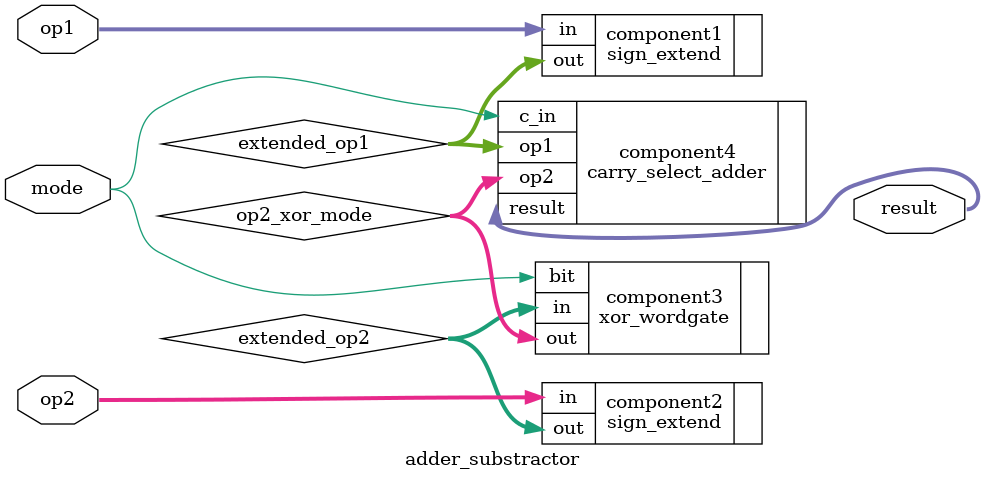
<source format=v>
module adder_substractor (op1, op2, mode, result);
  input [15 : 0] op1;
  wire signed [15 : 0] op1;
  input [15 : 0] op2;
  wire signed [15 : 0] op2;
  input mode;   // 0 - add: op1 + op2
  wire mode;    // 1 - sub: op1 - op2
  output [31 : 0] result;
  wire signed [31 : 0] result;
  
  wire [16 : 0] extended_op1;
  wire [16 : 0] extended_op2;
  
  sign_extend component1 (
    .in(op1),
    .out(extended_op1)
  );
  
  sign_extend component2 (
    .in(op2),
    .out(extended_op2)
  );
  
  wire [16 : 0] op2_xor_mode;
  
  xor_wordgate component3 (
    .in(extended_op2),
    .bit(mode),
    .out(op2_xor_mode)
  );
  
  carry_select_adder component4 (
    .op1(extended_op1),
    .op2(op2_xor_mode),
    .c_in(mode),
    .result(result)
  );
  
endmodule
</source>
